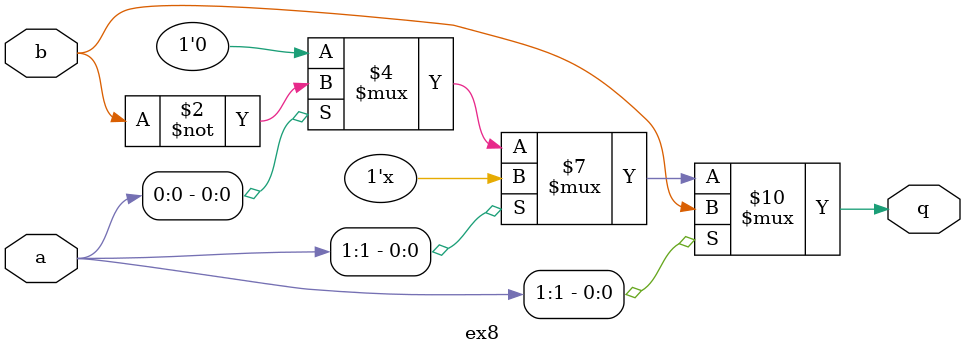
<source format=v>
module ex8(q , a, b);
   output q;
   reg 	  q;
   input [1:0] a;
   input       b;
   always @(*) begin
      q = 0;
      if (a[1])      q = b;
      else if (a[0]) q = ~b;
   end
endmodule

</source>
